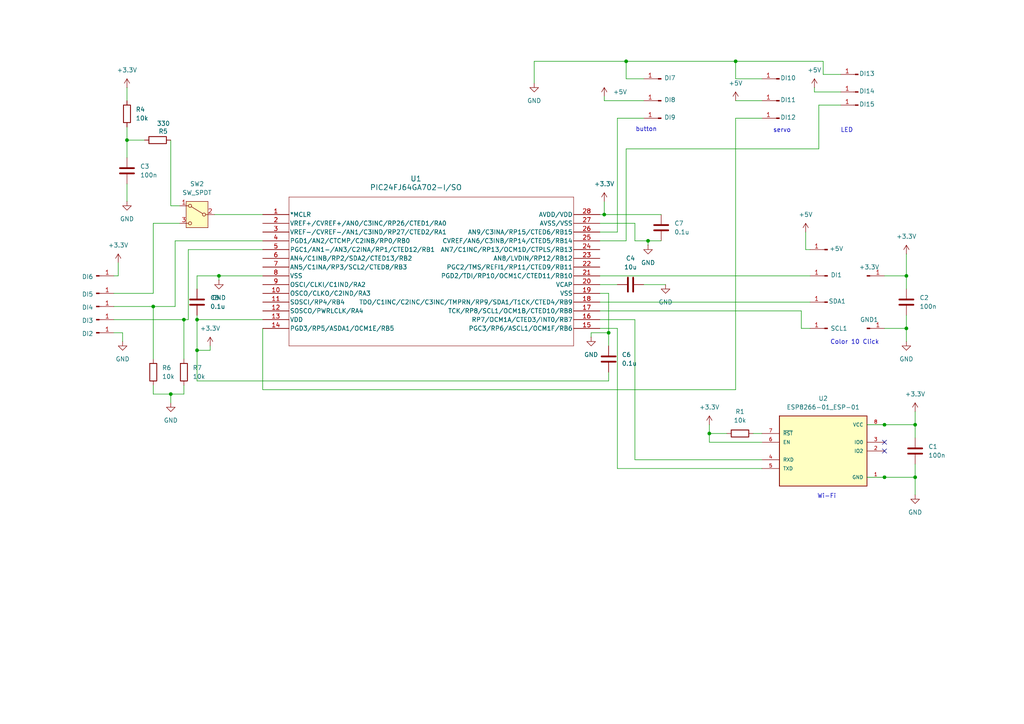
<source format=kicad_sch>
(kicad_sch (version 20231120) (generator "eeschema") (generator_version "8.0")
  (paper "A4")
  (lib_symbols
    (symbol "Connector:Conn_01x01_Pin" (pin_names (offset 1.016) hide)
      (property "Reference" "J" (at 0 2.54 0))
      (property "Value" "Conn_01x01_Pin" (at 0 -2.54 0))
      (symbol "Conn_01x01_Pin_1_1"
        (polyline (pts (xy 1.27 0) (xy 0.8636 0)) (stroke (width 0.1524)))
        (rectangle (start 0.8636 0.127) (end 0 -0.127) (stroke (width 0.1524)) (fill (type outline)))
        (pin passive line (at 5.08 0 180) (length 3.81) (name "Pin_1") (number "1"))
      )
    )
    (symbol "Device:C" (pin_numbers hide) (pin_names (offset 0.254))
      (property "Reference" "C" (at 0.635 2.54 0))
      (property "Value" "C" (at 0.635 -2.54 0))
      (symbol "C_0_1"
        (polyline (pts (xy -2.032 -0.762) (xy 2.032 -0.762)) (stroke (width 0.508)))
        (polyline (pts (xy -2.032 0.762) (xy 2.032 0.762)) (stroke (width 0.508)))
      )
      (symbol "C_1_1"
        (pin passive line (at 0 3.81 270) (length 2.794) (name "~") (number "1"))
        (pin passive line (at 0 -3.81 90) (length 2.794) (name "~") (number "2"))
      )
    )
    (symbol "Device:R" (pin_numbers hide) (pin_names (offset 0))
      (property "Reference" "R" (at 2.032 0 90))
      (property "Value" "R" (at 0 0 90))
      (symbol "R_0_1"
        (rectangle (start -1.016 -2.54) (end 1.016 2.54) (stroke (width 0.254)))
      )
      (symbol "R_1_1"
        (pin passive line (at 0 3.81 270) (length 1.27) (name "~") (number "1"))
        (pin passive line (at 0 -3.81 90) (length 1.27) (name "~") (number "2"))
      )
    )
    (symbol "ESP8266-01_ESP-01:ESP8266-01_ESP-01" (pin_names (offset 1.016))
      (property "Reference" "U" (at -12.7094 10.6778 0))
      (property "Value" "ESP8266-01_ESP-01" (at -12.7131 -12.7131 0))
      (symbol "ESP8266-01_ESP-01_0_0"
        (rectangle (start -12.7 -10.16) (end 12.7 10.16) (stroke (width 0.254)) (fill (type background)))
        (pin power_in line (at 17.78 -7.62 180) (length 5.08) (name "GND") (number "1"))
        (pin bidirectional line (at 17.78 0 180) (length 5.08) (name "IO2") (number "2"))
        (pin bidirectional line (at 17.78 2.54 180) (length 5.08) (name "IO0") (number "3"))
        (pin input line (at -17.78 -2.54 0) (length 5.08) (name "RXD") (number "4"))
        (pin output line (at -17.78 -5.08 0) (length 5.08) (name "TXD") (number "5"))
        (pin input line (at -17.78 2.54 0) (length 5.08) (name "EN") (number "6"))
        (pin input line (at -17.78 5.08 0) (length 5.08) (name "~{RST}") (number "7"))
        (pin power_in line (at 17.78 7.62 180) (length 5.08) (name "VCC") (number "8"))
      )
    )
    (symbol "PIC24FJ64GA702-I-SO:PIC24FJ64GA702-I_SO" (pin_names (offset 0.254))
      (property "Reference" "U1" (at 297.18 23.114 0))
      (property "Value" "PIC24FJ64GA702-I/SO" (at 297.18 20.574 0))
      (symbol "PIC24FJ64GA702-I_SO_0_1"
        (polyline (pts (xy 260.35 -25.4) (xy 342.9 -25.4)) (stroke (width 0.127)))
        (polyline (pts (xy 260.35 17.78) (xy 260.35 -25.4)) (stroke (width 0.127)))
        (polyline (pts (xy 342.9 -25.4) (xy 342.9 17.78)) (stroke (width 0.127)))
        (polyline (pts (xy 342.9 17.78) (xy 260.35 17.78)) (stroke (width 0.127)))
        (pin unspecified line (at 252.73 12.7 0) (length 7.62) (name "*MCLR") (number "1"))
        (pin bidirectional line (at 252.73 -10.16 0) (length 7.62) (name "OSCO/CLKO/C2IND/RA3") (number "10"))
        (pin bidirectional line (at 252.73 -12.7 0) (length 7.62) (name "SOSCI/RP4/RB4") (number "11"))
        (pin bidirectional line (at 252.73 -15.24 0) (length 7.62) (name "SOSCO/PWRLCLK/RA4") (number "12"))
        (pin power_in line (at 252.73 -17.78 0) (length 7.62) (name "VDD") (number "13"))
        (pin bidirectional line (at 252.73 -20.32 0) (length 7.62) (name "PGD3/RP5/ASDA1/OCM1E/RB5") (number "14"))
        (pin bidirectional line (at 350.52 -20.32 180) (length 7.62) (name "PGC3/RP6/ASCL1/OCM1F/RB6") (number "15"))
        (pin bidirectional line (at 350.52 -17.78 180) (length 7.62) (name "RP7/OCM1A/CTED3/INT0/RB7") (number "16"))
        (pin bidirectional line (at 350.52 -15.24 180) (length 7.62) (name "TCK/RP8/SCL1/OCM1B/CTED10/RB8") (number "17"))
        (pin bidirectional line (at 350.52 -12.7 180) (length 7.62) (name "TDO/C1INC/C2INC/C3INC/TMPRN/RP9/SDA1/T1CK/CTED4/RB9") (number "18"))
        (pin power_out line (at 350.52 -10.16 180) (length 7.62) (name "VSS") (number "19"))
        (pin bidirectional line (at 252.73 10.16 0) (length 7.62) (name "VREF+/CVREF+/AN0/C3INC/RP26/CTED1/RA0") (number "2"))
        (pin power_out line (at 350.52 -7.62 180) (length 7.62) (name "VCAP") (number "20"))
        (pin bidirectional line (at 350.52 -5.08 180) (length 7.62) (name "PGD2/TDI/RP10/OCM1C/CTED11/RB10") (number "21"))
        (pin bidirectional line (at 350.52 -2.54 180) (length 7.62) (name "PGC2/TMS/REFI1/RP11/CTED9/RB11") (number "22"))
        (pin bidirectional line (at 350.52 0 180) (length 7.62) (name "AN8/LVDIN/RP12/RB12") (number "23"))
        (pin bidirectional line (at 350.52 2.54 180) (length 7.62) (name "AN7/C1INC/RP13/OCM1D/CTPLS/RB13") (number "24"))
        (pin bidirectional line (at 350.52 5.08 180) (length 7.62) (name "CVREF/AN6/C3INB/RP14/CTED5/RB14") (number "25"))
        (pin bidirectional line (at 350.52 7.62 180) (length 7.62) (name "AN9/C3INA/RP15/CTED6/RB15") (number "26"))
        (pin power_out line (at 350.52 10.16 180) (length 7.62) (name "AVSS/VSS") (number "27"))
        (pin power_in line (at 350.52 12.7 180) (length 7.62) (name "AVDD/VDD") (number "28"))
        (pin bidirectional line (at 252.73 7.62 0) (length 7.62) (name "VREF-/CVREF-/AN1/C3IND/RP27/CTED2/RA1") (number "3"))
        (pin bidirectional line (at 252.73 5.08 0) (length 7.62) (name "PGD1/AN2/CTCMP/C2INB/RP0/RB0") (number "4"))
        (pin bidirectional line (at 252.73 2.54 0) (length 7.62) (name "PGC1/AN1-/AN3/C2INA/RP1/CTED12/RB1") (number "5"))
        (pin bidirectional line (at 252.73 0 0) (length 7.62) (name "AN4/C1INB/RP2/SDA2/CTED13/RB2") (number "6"))
        (pin bidirectional line (at 252.73 -2.54 0) (length 7.62) (name "AN5/C1INA/RP3/SCL2/CTED8/RB3") (number "7"))
        (pin power_out line (at 252.73 -5.08 0) (length 7.62) (name "VSS") (number "8"))
        (pin bidirectional line (at 252.73 -7.62 0) (length 7.62) (name "OSCI/CLKI/C1IND/RA2") (number "9"))
      )
    )
    (symbol "Switch:SW_SPDT" (pin_names (offset 0) hide)
      (property "Reference" "SW" (at 0 5.08 0))
      (property "Value" "SW_SPDT" (at 0 -5.08 0))
      (symbol "SW_SPDT_0_1"
        (circle (center -2.032 0) (radius 0.4572))
        (polyline (pts (xy -1.651 0.254) (xy 1.651 2.286)))
        (circle (center 2.032 -2.54) (radius 0.4572))
        (circle (center 2.032 2.54) (radius 0.4572))
      )
      (symbol "SW_SPDT_1_1"
        (rectangle (start -3.175 3.81) (end 3.175 -3.81) (fill (type background)))
        (pin passive line (at 5.08 2.54 180) (length 2.54) (name "A") (number "1"))
        (pin passive line (at -5.08 0 0) (length 2.54) (name "B") (number "2"))
        (pin passive line (at 5.08 -2.54 180) (length 2.54) (name "C") (number "3"))
      )
    )
    (symbol "power:GND" (power) (pin_numbers hide) (pin_names (offset 0) hide)
      (property "Value" "GND" (at 0 -3.81 0))
      (symbol "GND_0_1"
        (polyline (pts (xy 0 0) (xy 0 -1.27) (xy 1.27 -1.27) (xy 0 -2.54) (xy -1.27 -1.27) (xy 0 -1.27)))
      )
      (symbol "GND_1_1"
        (pin power_in line (at 0 0 270) (length 0) (name "~") (number "1"))
      )
    )
    (symbol "power:VCC" (power) (pin_numbers hide) (pin_names (offset 0) hide)
      (property "Value" "VCC" (at 0 3.556 0))
      (symbol "VCC_0_1"
        (polyline (pts (xy -0.762 1.27) (xy 0 2.54)))
        (polyline (pts (xy 0 0) (xy 0 2.54)))
        (polyline (pts (xy 0 2.54) (xy 0.762 1.27)))
      )
      (symbol "VCC_1_1"
        (pin power_in line (at 0 0 90) (length 0) (name "~") (number "1"))
      )
    )
  )
  (junction (at 181.61 17.78))
  (junction (at 187.96 69.85))
  (junction (at 176.53 96.52))
  (junction (at 265.43 123.19))
  (junction (at 262.89 95.25))
  (junction (at 49.53 114.3))
  (junction (at 256.54 123.19))
  (junction (at 53.34 92.71))
  (junction (at 57.15 92.71))
  (junction (at 265.43 138.43))
  (junction (at 36.83 40.64))
  (junction (at 63.5 80.01))
  (junction (at 256.54 138.43))
  (junction (at 57.15 101.6))
  (junction (at 262.89 80.01))
  (junction (at 44.45 88.9))
  (junction (at 175.26 62.23))
  (junction (at 205.74 125.73))
  (junction (at 213.36 17.78))
  (no_connect (at 256.54 128.27))
  (no_connect (at 256.54 130.81))
  (wire (pts (xy 57.15 91.44) (xy 57.15 92.71)))
  (wire (pts (xy 173.99 82.55) (xy 179.07 82.55)))
  (wire (pts (xy 76.2 95.25) (xy 76.2 113.03)))
  (wire (pts (xy 205.74 125.73) (xy 210.82 125.73)))
  (wire (pts (xy 53.34 92.71) (xy 53.34 104.14)))
  (wire (pts (xy 49.53 114.3) (xy 49.53 116.84)))
  (wire (pts (xy 49.53 114.3) (xy 53.34 114.3)))
  (wire (pts (xy 33.02 80.01) (xy 34.29 80.01)))
  (wire (pts (xy 262.89 91.44) (xy 262.89 95.25)))
  (wire (pts (xy 57.15 83.82) (xy 57.15 80.01)))
  (wire (pts (xy 36.83 25.4) (xy 36.83 29.21)))
  (wire (pts (xy 265.43 134.62) (xy 265.43 138.43)))
  (wire (pts (xy 256.54 95.25) (xy 262.89 95.25)))
  (wire (pts (xy 173.99 67.31) (xy 179.07 67.31)))
  (wire (pts (xy 173.99 87.63) (xy 234.95 87.63)))
  (wire (pts (xy 62.23 62.23) (xy 76.2 62.23)))
  (wire (pts (xy 175.26 62.23) (xy 191.77 62.23)))
  (wire (pts (xy 63.5 80.01) (xy 63.5 81.28)))
  (wire (pts (xy 237.49 30.48) (xy 237.49 43.18)))
  (wire (pts (xy 243.84 30.48) (xy 237.49 30.48)))
  (wire (pts (xy 63.5 80.01) (xy 76.2 80.01)))
  (wire (pts (xy 181.61 22.86) (xy 181.61 17.78)))
  (wire (pts (xy 171.45 97.79) (xy 171.45 96.52)))
  (wire (pts (xy 262.89 95.25) (xy 262.89 99.06)))
  (wire (pts (xy 50.8 88.9) (xy 50.8 69.85)))
  (wire (pts (xy 44.45 64.77) (xy 52.07 64.77)))
  (wire (pts (xy 256.54 80.01) (xy 262.89 80.01)))
  (wire (pts (xy 220.98 34.29) (xy 213.36 34.29)))
  (wire (pts (xy 176.53 110.49) (xy 176.53 107.95)))
  (wire (pts (xy 154.94 17.78) (xy 154.94 24.13)))
  (wire (pts (xy 36.83 40.64) (xy 41.91 40.64)))
  (wire (pts (xy 186.69 82.55) (xy 193.04 82.55)))
  (wire (pts (xy 54.61 72.39) (xy 54.61 92.71)))
  (wire (pts (xy 265.43 119.38) (xy 265.43 123.19)))
  (wire (pts (xy 173.99 92.71) (xy 184.15 92.71)))
  (wire (pts (xy 232.41 95.25) (xy 234.95 95.25)))
  (wire (pts (xy 181.61 17.78) (xy 213.36 17.78)))
  (wire (pts (xy 265.43 138.43) (xy 265.43 143.51)))
  (wire (pts (xy 251.46 138.43) (xy 256.54 138.43)))
  (wire (pts (xy 179.07 95.25) (xy 179.07 135.89)))
  (wire (pts (xy 173.99 90.17) (xy 232.41 90.17)))
  (wire (pts (xy 251.46 123.19) (xy 256.54 123.19)))
  (wire (pts (xy 184.15 92.71) (xy 184.15 133.35)))
  (wire (pts (xy 233.68 72.39) (xy 234.95 72.39)))
  (wire (pts (xy 33.02 96.52) (xy 35.56 96.52)))
  (wire (pts (xy 53.34 111.76) (xy 53.34 114.3)))
  (wire (pts (xy 181.61 43.18) (xy 181.61 69.85)))
  (wire (pts (xy 205.74 123.19) (xy 205.74 125.73)))
  (wire (pts (xy 57.15 80.01) (xy 63.5 80.01)))
  (wire (pts (xy 35.56 96.52) (xy 35.56 99.06)))
  (wire (pts (xy 36.83 36.83) (xy 36.83 40.64)))
  (wire (pts (xy 213.36 29.21) (xy 220.98 29.21)))
  (wire (pts (xy 175.26 58.42) (xy 175.26 62.23)))
  (wire (pts (xy 205.74 128.27) (xy 205.74 125.73)))
  (wire (pts (xy 171.45 96.52) (xy 176.53 96.52)))
  (wire (pts (xy 49.53 59.69) (xy 52.07 59.69)))
  (wire (pts (xy 175.26 27.94) (xy 175.26 29.21)))
  (wire (pts (xy 57.15 101.6) (xy 60.96 101.6)))
  (wire (pts (xy 57.15 92.71) (xy 76.2 92.71)))
  (wire (pts (xy 53.34 92.71) (xy 54.61 92.71)))
  (wire (pts (xy 44.45 85.09) (xy 44.45 64.77)))
  (wire (pts (xy 36.83 40.64) (xy 36.83 45.72)))
  (wire (pts (xy 262.89 80.01) (xy 262.89 73.66)))
  (wire (pts (xy 233.68 67.31) (xy 233.68 72.39)))
  (wire (pts (xy 173.99 62.23) (xy 175.26 62.23)))
  (wire (pts (xy 213.36 22.86) (xy 220.98 22.86)))
  (wire (pts (xy 34.29 80.01) (xy 34.29 76.2)))
  (wire (pts (xy 184.15 69.85) (xy 187.96 69.85)))
  (wire (pts (xy 184.15 133.35) (xy 220.98 133.35)))
  (wire (pts (xy 220.98 128.27) (xy 205.74 128.27)))
  (wire (pts (xy 265.43 123.19) (xy 265.43 127)))
  (wire (pts (xy 57.15 92.71) (xy 57.15 101.6)))
  (wire (pts (xy 262.89 80.01) (xy 262.89 83.82)))
  (wire (pts (xy 33.02 88.9) (xy 44.45 88.9)))
  (wire (pts (xy 76.2 113.03) (xy 213.36 113.03)))
  (wire (pts (xy 186.69 22.86) (xy 181.61 22.86)))
  (wire (pts (xy 176.53 85.09) (xy 173.99 85.09)))
  (wire (pts (xy 213.36 22.86) (xy 213.36 17.78)))
  (wire (pts (xy 184.15 64.77) (xy 184.15 69.85)))
  (wire (pts (xy 57.15 101.6) (xy 57.15 110.49)))
  (wire (pts (xy 176.53 96.52) (xy 176.53 85.09)))
  (wire (pts (xy 218.44 125.73) (xy 220.98 125.73)))
  (wire (pts (xy 44.45 111.76) (xy 44.45 114.3)))
  (wire (pts (xy 44.45 88.9) (xy 44.45 104.14)))
  (wire (pts (xy 175.26 29.21) (xy 186.69 29.21)))
  (wire (pts (xy 33.02 92.71) (xy 53.34 92.71)))
  (wire (pts (xy 173.99 80.01) (xy 234.95 80.01)))
  (wire (pts (xy 181.61 69.85) (xy 173.99 69.85)))
  (wire (pts (xy 256.54 123.19) (xy 265.43 123.19)))
  (wire (pts (xy 44.45 114.3) (xy 49.53 114.3)))
  (wire (pts (xy 236.22 26.67) (xy 243.84 26.67)))
  (wire (pts (xy 36.83 53.34) (xy 36.83 58.42)))
  (wire (pts (xy 44.45 88.9) (xy 50.8 88.9)))
  (wire (pts (xy 238.76 21.59) (xy 238.76 17.78)))
  (wire (pts (xy 256.54 138.43) (xy 265.43 138.43)))
  (wire (pts (xy 33.02 85.09) (xy 44.45 85.09)))
  (wire (pts (xy 49.53 40.64) (xy 49.53 59.69)))
  (wire (pts (xy 186.69 34.29) (xy 179.07 34.29)))
  (wire (pts (xy 236.22 25.4) (xy 236.22 26.67)))
  (wire (pts (xy 57.15 110.49) (xy 176.53 110.49)))
  (wire (pts (xy 173.99 64.77) (xy 184.15 64.77)))
  (wire (pts (xy 187.96 69.85) (xy 191.77 69.85)))
  (wire (pts (xy 179.07 95.25) (xy 173.99 95.25)))
  (wire (pts (xy 181.61 17.78) (xy 154.94 17.78)))
  (wire (pts (xy 60.96 100.33) (xy 60.96 101.6)))
  (wire (pts (xy 243.84 21.59) (xy 238.76 21.59)))
  (wire (pts (xy 213.36 113.03) (xy 213.36 34.29)))
  (wire (pts (xy 179.07 135.89) (xy 220.98 135.89)))
  (wire (pts (xy 237.49 43.18) (xy 181.61 43.18)))
  (wire (pts (xy 213.36 17.78) (xy 238.76 17.78)))
  (wire (pts (xy 76.2 72.39) (xy 54.61 72.39)))
  (wire (pts (xy 176.53 100.33) (xy 176.53 96.52)))
  (wire (pts (xy 50.8 69.85) (xy 76.2 69.85)))
  (wire (pts (xy 232.41 90.17) (xy 232.41 95.25)))
  (wire (pts (xy 179.07 34.29) (xy 179.07 67.31)))
  (wire (pts (xy 187.96 69.85) (xy 187.96 71.12)))
  (text "LED" (at 245.618 37.846 0) (effects (font (size 1.27 1.27))))
  (text "button" (at 187.452 37.592 0) (effects (font (size 1.27 1.27))))
  (text "Color 10 Click\n" (at 247.904 99.314 0) (effects (font (size 1.27 1.27))))
  (text "servo" (at 226.822 37.846 0) (effects (font (size 1.27 1.27))))
  (text "Wi-Fi\n" (at 239.776 144.018 0) (effects (font (size 1.27 1.27))))
  (symbol (lib_id "Device:C") (at 191.77 66.04 0) (unit 1)
    (property "Reference" "C7" (at 195.58 64.7699 0) (effects (justify left)))
    (property "Value" "0.1u" (at 195.58 67.3099 0) (effects (justify left)))
    (property "Description" "Unpolarized capacitor" (effects (hide yes)))
  )
  (symbol (lib_id "Device:R") (at 214.63 125.73 270) (unit 1)
    (property "Reference" "R1" (at 214.63 119.38 90))
    (property "Value" "10k" (at 214.63 121.92 90))
    (property "Footprint" "Resistor_SMD:R_0805_2012Metric" (effects (hide yes)))
    (property "Description" "Resistor" (effects (hide yes)))
  )
  (symbol (lib_id "Connector:Conn_01x01_Pin") (at 251.46 95.25 0) (unit 1)
    (property "Reference" "GND1" (at 252.095 92.71 0))
    (property "Value" "Conn_01x01_Pin" (effects (hide yes)))
    (property "Description" "Generic connector, single row, 01x01, script generated" (effects (hide yes)))
  )
  (symbol (lib_id "Connector:Conn_01x01_Pin") (at 27.94 85.09 0) (unit 1)
    (property "Reference" "DI5" (at 25.4 85.344 0))
    (property "Value" "Conn_01x01_Pin" (effects (hide yes)))
    (property "Description" "Generic connector, single row, 01x01, script generated" (effects (hide yes)))
  )
  (symbol (lib_id "Device:R") (at 44.45 107.95 0) (unit 1)
    (property "Reference" "R6" (at 46.99 106.6799 0) (effects (justify left)))
    (property "Value" "10k" (at 46.99 109.2199 0) (effects (justify left)))
    (property "Footprint" "Resistor_SMD:R_0805_2012Metric" (effects (hide yes)))
    (property "Description" "Resistor" (effects (hide yes)))
  )
  (symbol (lib_id "Connector:Conn_01x01_Pin") (at 248.92 26.67 180) (unit 1)
    (property "Reference" "DI14" (at 251.46 26.416 0))
    (property "Value" "Conn_01x01_Pin" (effects (hide yes)))
    (property "Description" "Generic connector, single row, 01x01, script generated" (effects (hide yes)))
  )
  (symbol (lib_id "Connector:Conn_01x01_Pin") (at 27.94 80.01 0) (unit 1)
    (property "Reference" "DI6" (at 25.4 80.264 0))
    (property "Value" "Conn_01x01_Pin" (effects (hide yes)))
    (property "Description" "Generic connector, single row, 01x01, script generated" (effects (hide yes)))
  )
  (symbol (lib_id "Connector:Conn_01x01_Pin") (at 248.92 30.48 180) (unit 1)
    (property "Reference" "DI15" (at 251.46 30.226 0))
    (property "Value" "Conn_01x01_Pin" (effects (hide yes)))
    (property "Description" "Generic connector, single row, 01x01, script generated" (effects (hide yes)))
  )
  (symbol (lib_id "power:VCC") (at 175.26 27.94 0) (unit 1)
    (property "Reference" "#PWR013" (effects (hide yes)))
    (property "Value" "+5V" (at 177.8 26.6699 0) (effects (justify left)))
    (property "Description" "Power symbol creates a global label with name \"VCC\"" (effects (hide yes)))
  )
  (symbol (lib_id "PIC24FJ64GA702-I-SO:PIC24FJ64GA702-I_SO") (at -176.53 74.93 0) (unit 1)
    (property "Reference" "U1" (at 120.65 51.816 0) (effects (font (size 1.524 1.524))))
    (property "Value" "PIC24FJ64GA702-I/SO" (at 120.65 54.356 0) (effects (font (size 1.524 1.524))))
    (property "Footprint" "SOIC28__SO28_MCH" (effects (hide yes)))
    (property "Datasheet" "PIC24FJ64GA702-I/SO" (effects (hide yes)))
  )
  (symbol (lib_id "Switch:SW_SPDT") (at 57.15 62.23 0) (mirror y) (unit 1)
    (property "Reference" "SW2" (at 57.15 53.34 0))
    (property "Value" "SW_SPDT" (at 57.15 55.88 0))
    (property "Description" "Switch, single pole double throw" (effects (hide yes)))
  )
  (symbol (lib_id "Device:R") (at 36.83 33.02 0) (unit 1)
    (property "Reference" "R4" (at 39.37 31.7499 0) (effects (justify left)))
    (property "Value" "10k" (at 39.37 34.2899 0) (effects (justify left)))
    (property "Footprint" "Resistor_SMD:R_0805_2012Metric" (effects (hide yes)))
    (property "Description" "Resistor" (effects (hide yes)))
  )
  (symbol (lib_id "power:GND") (at 262.89 99.06 0) (unit 1)
    (property "Reference" "#PWR04" (effects (hide yes)))
    (property "Value" "GND" (at 262.89 104.14 0))
    (property "Description" "Power symbol creates a global label with name \"GND\" , ground" (effects (hide yes)))
  )
  (symbol (lib_id "Connector:Conn_01x01_Pin") (at 251.46 80.01 0) (unit 1)
    (property "Reference" "+3.3V" (at 252.095 77.47 0))
    (property "Value" "Conn_01x01_Pin" (effects (hide yes)))
    (property "Description" "Generic connector, single row, 01x01, script generated" (effects (hide yes)))
  )
  (symbol (lib_id "Device:C") (at 36.83 49.53 0) (unit 1)
    (property "Reference" "C3" (at 40.64 48.2599 0) (effects (justify left)))
    (property "Value" "100n" (at 40.64 50.7999 0) (effects (justify left)))
    (property "Footprint" "capacitor_smd:C_0805_2012Metric" (effects (hide yes)))
    (property "Description" "Unpolarized capacitor" (effects (hide yes)))
  )
  (symbol (lib_id "power:VCC") (at 265.43 119.38 0) (unit 1)
    (property "Reference" "#PWR03" (effects (hide yes)))
    (property "Value" "+3.3V" (at 265.43 114.3 0))
    (property "Description" "Power symbol creates a global label with name \"VCC\"" (effects (hide yes)))
  )
  (symbol (lib_id "Connector:Conn_01x01_Pin") (at 191.77 22.86 180) (unit 1)
    (property "Reference" "DI7" (at 194.31 22.606 0))
    (property "Value" "Conn_01x01_Pin" (effects (hide yes)))
    (property "Description" "Generic connector, single row, 01x01, script generated" (effects (hide yes)))
  )
  (symbol (lib_id "power:GND") (at 193.04 82.55 0) (unit 1)
    (property "Reference" "#PWR012" (effects (hide yes)))
    (property "Value" "GND" (at 193.04 87.63 0))
    (property "Description" "Power symbol creates a global label with name \"GND\" , ground" (effects (hide yes)))
  )
  (symbol (lib_id "ESP8266-01_ESP-01:ESP8266-01_ESP-01") (at 238.76 130.81 0) (unit 1)
    (property "Reference" "U2" (at 238.76 115.57 0))
    (property "Value" "ESP8266-01_ESP-01" (at 238.76 118.11 0))
    (property "Footprint" "ESP8266-01_ESP-01:XCVR_ESP8266-01_ESP-01" (effects (hide yes)))
    (property "MF" "AI-Thinker" (effects (hide yes)))
    (property "MAXIMUM_PACKAGE_HEIGHT" "11.2 mm" (effects (hide yes)))
    (property "Package" "Non-Standard AI-Thinker" (effects (hide yes)))
    (property "Price" "None" (effects (hide yes)))
    (property "Check_prices" "https://www.snapeda.com/parts/ESP8266-01/ESP-01/AI-Thinker/view-part/?ref=eda" (effects (hide yes)))
    (property "STANDARD" "Manufacturer recommendations or IPC 7351B" (effects (hide yes)))
    (property "PARTREV" "V1.2" (effects (hide yes)))
    (property "SnapEDA_Link" "https://www.snapeda.com/parts/ESP8266-01/ESP-01/AI-Thinker/view-part/?ref=snap" (effects (hide yes)))
    (property "MP" "ESP8266-01/ESP-01" (effects (hide yes)))
    (property "Description_1" "\n                        \n                            MakerFocus 4pcs ESP8266 ESP-01 Serial Wireless WiFi Transceiver Receiver Module 1MB SPI Flash DC3.0-3.6V Internet of Things WiFi Module Board Compatible with Ar duino\n                        \n" (effects (hide yes)))
    (property "Availability" "Not in stock" (effects (hide yes)))
    (property "MANUFACTURER" "AI-Thinker" (effects (hide yes)))
  )
  (symbol (lib_id "power:VCC") (at 175.26 58.42 0) (unit 1)
    (property "Reference" "#PWR020" (effects (hide yes)))
    (property "Value" "+3.3V" (at 175.26 53.34 0))
    (property "Description" "Power symbol creates a global label with name \"VCC\"" (effects (hide yes)))
  )
  (symbol (lib_id "Device:R") (at 53.34 107.95 0) (unit 1)
    (property "Reference" "R7" (at 55.88 106.6799 0) (effects (justify left)))
    (property "Value" "10k" (at 55.88 109.2199 0) (effects (justify left)))
    (property "Footprint" "Resistor_SMD:R_0805_2012Metric" (effects (hide yes)))
    (property "Description" "Resistor" (effects (hide yes)))
  )
  (symbol (lib_id "power:GND") (at 35.56 99.06 0) (unit 1)
    (property "Reference" "#PWR010" (effects (hide yes)))
    (property "Value" "GND" (at 35.56 104.14 0))
    (property "Description" "Power symbol creates a global label with name \"GND\" , ground" (effects (hide yes)))
  )
  (symbol (lib_id "power:VCC") (at 36.83 25.4 0) (unit 1)
    (property "Reference" "#PWR07" (effects (hide yes)))
    (property "Value" "+3.3V" (at 36.83 20.32 0))
    (property "Description" "Power symbol creates a global label with name \"VCC\"" (effects (hide yes)))
  )
  (symbol (lib_id "Device:C") (at 265.43 130.81 0) (unit 1)
    (property "Reference" "C1" (at 269.24 129.5399 0) (effects (justify left)))
    (property "Value" "100n" (at 269.24 132.0799 0) (effects (justify left)))
    (property "Footprint" "capacitor_smd:C_0805_2012Metric" (effects (hide yes)))
    (property "Description" "Unpolarized capacitor" (effects (hide yes)))
  )
  (symbol (lib_id "power:GND") (at 49.53 116.84 0) (unit 1)
    (property "Reference" "#PWR011" (effects (hide yes)))
    (property "Value" "GND" (at 49.53 121.92 0))
    (property "Description" "Power symbol creates a global label with name \"GND\" , ground" (effects (hide yes)))
  )
  (symbol (lib_id "Connector:Conn_01x01_Pin") (at 27.94 96.52 0) (unit 1)
    (property "Reference" "DI2" (at 25.4 96.774 0))
    (property "Value" "Conn_01x01_Pin" (effects (hide yes)))
    (property "Description" "Generic connector, single row, 01x01, script generated" (effects (hide yes)))
  )
  (symbol (lib_id "power:GND") (at 154.94 24.13 0) (unit 1)
    (property "Reference" "#PWR014" (effects (hide yes)))
    (property "Value" "GND" (at 154.94 29.21 0))
    (property "Description" "Power symbol creates a global label with name \"GND\" , ground" (effects (hide yes)))
  )
  (symbol (lib_id "power:VCC") (at 213.36 29.21 0) (unit 1)
    (property "Reference" "#PWR015" (effects (hide yes)))
    (property "Value" "+5V" (at 213.36 24.13 0))
    (property "Description" "Power symbol creates a global label with name \"VCC\"" (effects (hide yes)))
  )
  (symbol (lib_id "Connector:Conn_01x01_Pin") (at 240.03 95.25 180) (unit 1)
    (property "Reference" "SCL1" (at 243.332 95.25 0))
    (property "Value" "Conn_01x01_Pin" (effects (hide yes)))
    (property "Description" "Generic connector, single row, 01x01, script generated" (effects (hide yes)))
  )
  (symbol (lib_id "Connector:Conn_01x01_Pin") (at 27.94 92.71 0) (unit 1)
    (property "Reference" "DI3" (at 25.4 92.964 0))
    (property "Value" "Conn_01x01_Pin" (effects (hide yes)))
    (property "Description" "Generic connector, single row, 01x01, script generated" (effects (hide yes)))
  )
  (symbol (lib_id "power:VCC") (at 262.89 73.66 0) (unit 1)
    (property "Reference" "#PWR05" (effects (hide yes)))
    (property "Value" "+3.3V" (at 262.89 68.58 0))
    (property "Description" "Power symbol creates a global label with name \"VCC\"" (effects (hide yes)))
  )
  (symbol (lib_id "Connector:Conn_01x01_Pin") (at 191.77 29.21 180) (unit 1)
    (property "Reference" "DI8" (at 194.31 28.956 0))
    (property "Value" "Conn_01x01_Pin" (effects (hide yes)))
    (property "Description" "Generic connector, single row, 01x01, script generated" (effects (hide yes)))
  )
  (symbol (lib_id "power:GND") (at 171.45 97.79 0) (unit 1)
    (property "Reference" "#PWR06" (effects (hide yes)))
    (property "Value" "GND" (at 171.45 102.87 0))
    (property "Description" "Power symbol creates a global label with name \"GND\" , ground" (effects (hide yes)))
  )
  (symbol (lib_id "Connector:Conn_01x01_Pin") (at 226.06 22.86 180) (unit 1)
    (property "Reference" "DI10" (at 228.6 22.606 0))
    (property "Value" "Conn_01x01_Pin" (effects (hide yes)))
    (property "Description" "Generic connector, single row, 01x01, script generated" (effects (hide yes)))
  )
  (symbol (lib_id "power:GND") (at 265.43 143.51 0) (unit 1)
    (property "Reference" "#PWR01" (effects (hide yes)))
    (property "Value" "GND" (at 265.43 148.59 0))
    (property "Description" "Power symbol creates a global label with name \"GND\" , ground" (effects (hide yes)))
  )
  (symbol (lib_id "power:VCC") (at 205.74 123.19 0) (unit 1)
    (property "Reference" "#PWR02" (effects (hide yes)))
    (property "Value" "+3.3V" (at 205.74 118.11 0))
    (property "Description" "Power symbol creates a global label with name \"VCC\"" (effects (hide yes)))
  )
  (symbol (lib_id "Connector:Conn_01x01_Pin") (at 226.06 34.29 180) (unit 1)
    (property "Reference" "DI12" (at 228.6 34.036 0))
    (property "Value" "Conn_01x01_Pin" (effects (hide yes)))
    (property "Description" "Generic connector, single row, 01x01, script generated" (effects (hide yes)))
  )
  (symbol (lib_id "power:VCC") (at 60.96 100.33 0) (unit 1)
    (property "Reference" "#PWR019" (effects (hide yes)))
    (property "Value" "+3.3V" (at 60.96 95.25 0))
    (property "Description" "Power symbol creates a global label with name \"VCC\"" (effects (hide yes)))
  )
  (symbol (lib_id "power:VCC") (at 236.22 25.4 0) (unit 1)
    (property "Reference" "#PWR016" (effects (hide yes)))
    (property "Value" "+5V" (at 236.22 20.32 0))
    (property "Description" "Power symbol creates a global label with name \"VCC\"" (effects (hide yes)))
  )
  (symbol (lib_id "power:GND") (at 187.96 71.12 0) (unit 1)
    (property "Reference" "#PWR017" (effects (hide yes)))
    (property "Value" "GND" (at 187.96 76.2 0))
    (property "Description" "Power symbol creates a global label with name \"GND\" , ground" (effects (hide yes)))
  )
  (symbol (lib_id "Connector:Conn_01x01_Pin") (at 191.77 34.29 180) (unit 1)
    (property "Reference" "DI9" (at 194.31 34.036 0))
    (property "Value" "Conn_01x01_Pin" (effects (hide yes)))
    (property "Description" "Generic connector, single row, 01x01, script generated" (effects (hide yes)))
  )
  (symbol (lib_id "Device:C") (at 262.89 87.63 0) (unit 1)
    (property "Reference" "C2" (at 266.7 86.3599 0) (effects (justify left)))
    (property "Value" "100n" (at 266.7 88.8999 0) (effects (justify left)))
    (property "Footprint" "capacitor_smd:C_0805_2012Metric" (effects (hide yes)))
    (property "Description" "Unpolarized capacitor" (effects (hide yes)))
  )
  (symbol (lib_id "power:VCC") (at 34.29 76.2 0) (unit 1)
    (property "Reference" "#PWR09" (effects (hide yes)))
    (property "Value" "+3.3V" (at 34.29 71.12 0))
    (property "Description" "Power symbol creates a global label with name \"VCC\"" (effects (hide yes)))
  )
  (symbol (lib_id "Connector:Conn_01x01_Pin") (at 27.94 88.9 0) (unit 1)
    (property "Reference" "DI4" (at 25.4 89.154 0))
    (property "Value" "Conn_01x01_Pin" (effects (hide yes)))
    (property "Description" "Generic connector, single row, 01x01, script generated" (effects (hide yes)))
  )
  (symbol (lib_id "power:GND") (at 36.83 58.42 0) (unit 1)
    (property "Reference" "#PWR08" (effects (hide yes)))
    (property "Value" "GND" (at 36.83 63.5 0))
    (property "Description" "Power symbol creates a global label with name \"GND\" , ground" (effects (hide yes)))
  )
  (symbol (lib_id "Connector:Conn_01x01_Pin") (at 226.06 29.21 180) (unit 1)
    (property "Reference" "DI11" (at 228.6 28.956 0))
    (property "Value" "Conn_01x01_Pin" (effects (hide yes)))
    (property "Description" "Generic connector, single row, 01x01, script generated" (effects (hide yes)))
  )
  (symbol (lib_id "Device:R") (at 45.72 40.64 270) (unit 1)
    (property "Reference" "R5" (at 45.9739 38.1 90) (effects (justify left)))
    (property "Value" "330" (at 45.466 35.814 90) (effects (justify left)))
    (property "Footprint" "Resistor_SMD:R_0805_2012Metric" (effects (hide yes)))
    (property "Description" "Resistor" (effects (hide yes)))
  )
  (symbol (lib_id "Device:C") (at 182.88 82.55 270) (unit 1)
    (property "Reference" "C4" (at 182.88 74.93 90))
    (property "Value" "10u" (at 182.88 77.47 90))
    (property "Description" "Unpolarized capacitor" (effects (hide yes)))
  )
  (symbol (lib_id "Connector:Conn_01x01_Pin") (at 240.03 80.01 180) (unit 1)
    (property "Reference" "DI1" (at 242.57 79.756 0))
    (property "Value" "Conn_01x01_Pin" (effects (hide yes)))
    (property "Description" "Generic connector, single row, 01x01, script generated" (effects (hide yes)))
  )
  (symbol (lib_id "Device:C") (at 176.53 104.14 0) (unit 1)
    (property "Reference" "C6" (at 180.34 102.8699 0) (effects (justify left)))
    (property "Value" "0.1u" (at 180.34 105.4099 0) (effects (justify left)))
    (property "Description" "Unpolarized capacitor" (effects (hide yes)))
  )
  (symbol (lib_id "Connector:Conn_01x01_Pin") (at 240.03 87.63 180) (unit 1)
    (property "Reference" "SDA1" (at 242.824 87.376 0))
    (property "Value" "Conn_01x01_Pin" (effects (hide yes)))
    (property "Description" "Generic connector, single row, 01x01, script generated" (effects (hide yes)))
  )
  (symbol (lib_id "Connector:Conn_01x01_Pin") (at 248.92 21.59 180) (unit 1)
    (property "Reference" "DI13" (at 251.46 21.336 0))
    (property "Value" "Conn_01x01_Pin" (effects (hide yes)))
    (property "Description" "Generic connector, single row, 01x01, script generated" (effects (hide yes)))
  )
  (symbol (lib_id "Connector:Conn_01x01_Pin") (at 240.03 72.39 180) (unit 1)
    (property "Reference" "+5V" (at 242.57 72.136 0))
    (property "Value" "Conn_01x01_Pin" (effects (hide yes)))
    (property "Description" "Generic connector, single row, 01x01, script generated" (effects (hide yes)))
  )
  (symbol (lib_id "Device:C") (at 57.15 87.63 0) (unit 1)
    (property "Reference" "C5" (at 60.96 86.3599 0) (effects (justify left)))
    (property "Value" "0.1u" (at 60.96 88.8999 0) (effects (justify left)))
    (property "Description" "Unpolarized capacitor" (effects (hide yes)))
  )
  (symbol (lib_id "power:VCC") (at 233.68 67.31 0) (unit 1)
    (property "Reference" "#PWR021" (effects (hide yes)))
    (property "Value" "+5V" (at 233.68 62.23 0))
    (property "Description" "Power symbol creates a global label with name \"VCC\"" (effects (hide yes)))
  )
  (symbol (lib_id "power:GND") (at 63.5 81.28 0) (unit 1)
    (property "Reference" "#PWR018" (effects (hide yes)))
    (property "Value" "GND" (at 63.5 86.36 0))
    (property "Description" "Power symbol creates a global label with name \"GND\" , ground" (effects (hide yes)))
  )
)
</source>
